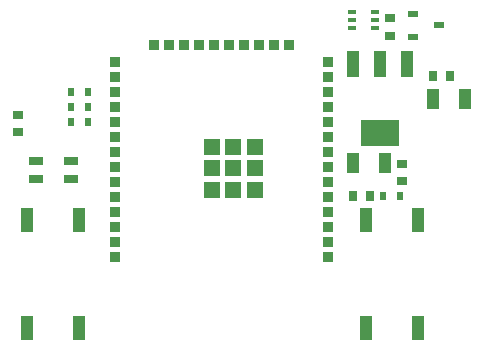
<source format=gtp>
G04 Layer_Color=8421504*
%FSAX44Y44*%
%MOMM*%
G71*
G01*
G75*
G04:AMPARAMS|DCode=11|XSize=1mm|YSize=2.15mm|CornerRadius=0.005mm|HoleSize=0mm|Usage=FLASHONLY|Rotation=0.000|XOffset=0mm|YOffset=0mm|HoleType=Round|Shape=RoundedRectangle|*
%AMROUNDEDRECTD11*
21,1,1.0000,2.1400,0,0,0.0*
21,1,0.9900,2.1500,0,0,0.0*
1,1,0.0100,0.4950,-1.0700*
1,1,0.0100,-0.4950,-1.0700*
1,1,0.0100,-0.4950,1.0700*
1,1,0.0100,0.4950,1.0700*
%
%ADD11ROUNDEDRECTD11*%
G04:AMPARAMS|DCode=12|XSize=3.25mm|YSize=2.15mm|CornerRadius=0.0108mm|HoleSize=0mm|Usage=FLASHONLY|Rotation=0.000|XOffset=0mm|YOffset=0mm|HoleType=Round|Shape=RoundedRectangle|*
%AMROUNDEDRECTD12*
21,1,3.2500,2.1285,0,0,0.0*
21,1,3.2285,2.1500,0,0,0.0*
1,1,0.0215,1.6142,-1.0642*
1,1,0.0215,-1.6142,-1.0642*
1,1,0.0215,-1.6142,1.0642*
1,1,0.0215,1.6142,1.0642*
%
%ADD12ROUNDEDRECTD12*%
G04:AMPARAMS|DCode=13|XSize=0.85mm|YSize=0.6mm|CornerRadius=0.003mm|HoleSize=0mm|Usage=FLASHONLY|Rotation=0.000|XOffset=0mm|YOffset=0mm|HoleType=Round|Shape=RoundedRectangle|*
%AMROUNDEDRECTD13*
21,1,0.8500,0.5940,0,0,0.0*
21,1,0.8440,0.6000,0,0,0.0*
1,1,0.0060,0.4220,-0.2970*
1,1,0.0060,-0.4220,-0.2970*
1,1,0.0060,-0.4220,0.2970*
1,1,0.0060,0.4220,0.2970*
%
%ADD13ROUNDEDRECTD13*%
G04:AMPARAMS|DCode=14|XSize=1.65mm|YSize=0.95mm|CornerRadius=0.0048mm|HoleSize=0mm|Usage=FLASHONLY|Rotation=90.000|XOffset=0mm|YOffset=0mm|HoleType=Round|Shape=RoundedRectangle|*
%AMROUNDEDRECTD14*
21,1,1.6500,0.9405,0,0,90.0*
21,1,1.6405,0.9500,0,0,90.0*
1,1,0.0095,0.4703,0.8203*
1,1,0.0095,0.4703,-0.8203*
1,1,0.0095,-0.4703,-0.8203*
1,1,0.0095,-0.4703,0.8203*
%
%ADD14ROUNDEDRECTD14*%
G04:AMPARAMS|DCode=15|XSize=2.1mm|YSize=1.1mm|CornerRadius=0.055mm|HoleSize=0mm|Usage=FLASHONLY|Rotation=270.000|XOffset=0mm|YOffset=0mm|HoleType=Round|Shape=RoundedRectangle|*
%AMROUNDEDRECTD15*
21,1,2.1000,0.9900,0,0,270.0*
21,1,1.9900,1.1000,0,0,270.0*
1,1,0.1100,-0.4950,-0.9950*
1,1,0.1100,-0.4950,0.9950*
1,1,0.1100,0.4950,0.9950*
1,1,0.1100,0.4950,-0.9950*
%
%ADD15ROUNDEDRECTD15*%
G04:AMPARAMS|DCode=16|XSize=0.85mm|YSize=0.6mm|CornerRadius=0.003mm|HoleSize=0mm|Usage=FLASHONLY|Rotation=90.000|XOffset=0mm|YOffset=0mm|HoleType=Round|Shape=RoundedRectangle|*
%AMROUNDEDRECTD16*
21,1,0.8500,0.5940,0,0,90.0*
21,1,0.8440,0.6000,0,0,90.0*
1,1,0.0060,0.2970,0.4220*
1,1,0.0060,0.2970,-0.4220*
1,1,0.0060,-0.2970,-0.4220*
1,1,0.0060,-0.2970,0.4220*
%
%ADD16ROUNDEDRECTD16*%
G04:AMPARAMS|DCode=17|XSize=0.75mm|YSize=0.55mm|CornerRadius=0.0028mm|HoleSize=0mm|Usage=FLASHONLY|Rotation=270.000|XOffset=0mm|YOffset=0mm|HoleType=Round|Shape=RoundedRectangle|*
%AMROUNDEDRECTD17*
21,1,0.7500,0.5445,0,0,270.0*
21,1,0.7445,0.5500,0,0,270.0*
1,1,0.0055,-0.2722,-0.3723*
1,1,0.0055,-0.2722,0.3723*
1,1,0.0055,0.2722,0.3723*
1,1,0.0055,0.2722,-0.3723*
%
%ADD17ROUNDEDRECTD17*%
G04:AMPARAMS|DCode=18|XSize=0.55mm|YSize=0.8mm|CornerRadius=0.0028mm|HoleSize=0mm|Usage=FLASHONLY|Rotation=90.000|XOffset=0mm|YOffset=0mm|HoleType=Round|Shape=RoundedRectangle|*
%AMROUNDEDRECTD18*
21,1,0.5500,0.7945,0,0,90.0*
21,1,0.5445,0.8000,0,0,90.0*
1,1,0.0055,0.3972,0.2722*
1,1,0.0055,0.3972,-0.2722*
1,1,0.0055,-0.3972,-0.2722*
1,1,0.0055,-0.3972,0.2722*
%
%ADD18ROUNDEDRECTD18*%
G04:AMPARAMS|DCode=19|XSize=1.333mm|YSize=1.333mm|CornerRadius=0.0067mm|HoleSize=0mm|Usage=FLASHONLY|Rotation=180.000|XOffset=0mm|YOffset=0mm|HoleType=Round|Shape=RoundedRectangle|*
%AMROUNDEDRECTD19*
21,1,1.3330,1.3197,0,0,180.0*
21,1,1.3197,1.3330,0,0,180.0*
1,1,0.0133,-0.6598,0.6598*
1,1,0.0133,0.6598,0.6598*
1,1,0.0133,0.6598,-0.6598*
1,1,0.0133,-0.6598,-0.6598*
%
%ADD19ROUNDEDRECTD19*%
G04:AMPARAMS|DCode=20|XSize=0.9mm|YSize=0.9mm|CornerRadius=0.0045mm|HoleSize=0mm|Usage=FLASHONLY|Rotation=180.000|XOffset=0mm|YOffset=0mm|HoleType=Round|Shape=RoundedRectangle|*
%AMROUNDEDRECTD20*
21,1,0.9000,0.8910,0,0,180.0*
21,1,0.8910,0.9000,0,0,180.0*
1,1,0.0090,-0.4455,0.4455*
1,1,0.0090,0.4455,0.4455*
1,1,0.0090,0.4455,-0.4455*
1,1,0.0090,-0.4455,-0.4455*
%
%ADD20ROUNDEDRECTD20*%
G04:AMPARAMS|DCode=21|XSize=0.35mm|YSize=0.6mm|CornerRadius=0.0018mm|HoleSize=0mm|Usage=FLASHONLY|Rotation=90.000|XOffset=0mm|YOffset=0mm|HoleType=Round|Shape=RoundedRectangle|*
%AMROUNDEDRECTD21*
21,1,0.3500,0.5965,0,0,90.0*
21,1,0.3465,0.6000,0,0,90.0*
1,1,0.0035,0.2983,0.1732*
1,1,0.0035,0.2983,-0.1732*
1,1,0.0035,-0.2983,-0.1732*
1,1,0.0035,-0.2983,0.1732*
%
%ADD21ROUNDEDRECTD21*%
%ADD38R,1.1430X0.7620*%
D11*
X10790723Y10784043D02*
D03*
X10767723D02*
D03*
X10744723D02*
D03*
D12*
X10767723Y10725542D02*
D03*
D13*
X10461000Y10726250D02*
D03*
Y10740750D02*
D03*
X10786266Y10698896D02*
D03*
Y10684397D02*
D03*
X10776149Y10822158D02*
D03*
Y10807659D02*
D03*
D14*
X10839515Y10753929D02*
D03*
X10812516D02*
D03*
X10771722Y10699750D02*
D03*
X10744723D02*
D03*
D15*
X10512732Y10651157D02*
D03*
Y10560157D02*
D03*
X10468732Y10651157D02*
D03*
Y10560157D02*
D03*
X10799719Y10651157D02*
D03*
Y10560157D02*
D03*
X10755719Y10651157D02*
D03*
Y10560157D02*
D03*
D16*
X10827015Y10773223D02*
D03*
X10812516D02*
D03*
X10759222Y10671604D02*
D03*
X10744723D02*
D03*
D17*
X10784766Y10672104D02*
D03*
X10770266D02*
D03*
X10520250Y10759800D02*
D03*
X10505750D02*
D03*
Y10747100D02*
D03*
X10520250D02*
D03*
Y10734399D02*
D03*
X10505750D02*
D03*
D18*
X10795750Y10825835D02*
D03*
Y10806835D02*
D03*
X10817750Y10816335D02*
D03*
D19*
X10643414Y10695341D02*
D03*
X10625082D02*
D03*
X10661744D02*
D03*
Y10677010D02*
D03*
X10625082D02*
D03*
X10643414D02*
D03*
Y10713669D02*
D03*
X10625082D02*
D03*
X10661744D02*
D03*
D20*
X10723414Y10620100D02*
D03*
Y10632800D02*
D03*
Y10645500D02*
D03*
Y10658199D02*
D03*
Y10670900D02*
D03*
Y10683600D02*
D03*
Y10696300D02*
D03*
Y10709000D02*
D03*
Y10721700D02*
D03*
Y10734399D02*
D03*
Y10747100D02*
D03*
Y10759800D02*
D03*
Y10772500D02*
D03*
Y10785200D02*
D03*
X10690415Y10800100D02*
D03*
X10677715D02*
D03*
X10665015D02*
D03*
X10652314D02*
D03*
X10639614D02*
D03*
X10626914D02*
D03*
X10614215D02*
D03*
X10601515D02*
D03*
X10588815D02*
D03*
X10576115D02*
D03*
X10543075Y10785200D02*
D03*
Y10772500D02*
D03*
Y10759800D02*
D03*
Y10747100D02*
D03*
Y10734399D02*
D03*
Y10721700D02*
D03*
Y10709000D02*
D03*
Y10696300D02*
D03*
Y10683600D02*
D03*
Y10670900D02*
D03*
Y10658199D02*
D03*
Y10645500D02*
D03*
Y10632800D02*
D03*
Y10620100D02*
D03*
D21*
X10744106Y10827500D02*
D03*
Y10821000D02*
D03*
Y10814500D02*
D03*
X10763606D02*
D03*
Y10821000D02*
D03*
Y10827500D02*
D03*
D38*
X10476482Y10686381D02*
D03*
Y10701621D02*
D03*
X10505692D02*
D03*
Y10686381D02*
D03*
M02*

</source>
